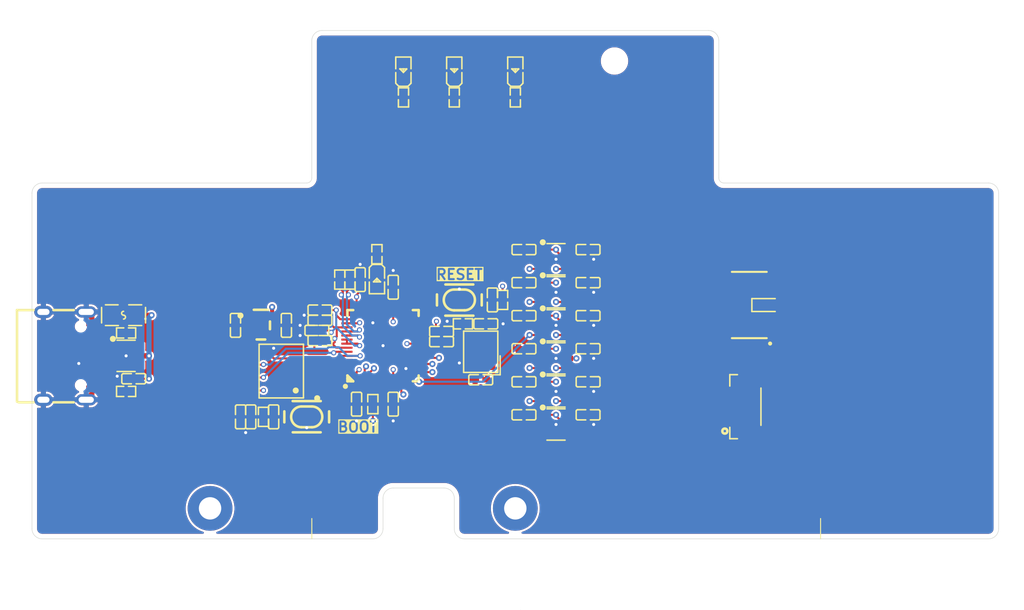
<source format=kicad_pcb>
(kicad_pcb (version 20241229) (generator "pcbnew") (generator_version "9.0")
  (layers (0 "F.Cu" signal) (4 "In1.Cu" signal) (6 "In2.Cu" signal) (2 "B.Cu" signal) (13 "F.Paste" user) (15 "B.Paste" user) (5 "F.SilkS" user "F.Silkscreen") (7 "B.SilkS" user "B.Silkscreen") (1 "F.Mask" user) (3 "B.Mask" user) (25 "Edge.Cuts" user))
  (net 0 "")
  (net 1 "TARGET_RESET")
  (net 2 "GPIO17")
  (net 3 "GPIO16")
  (net 4 "DO")
  (net 5 "line-1")
  (net 6 "_1")
  (net 7 "GPIO23")
  (net 8 "GPIO4")
  (net 9 "QSPI_SD3")
  (net 10 "K")
  (net 11 "SWD")
  (net 12 "xin")
  (net 13 "rpdap-line-2")
  (net 14 "line-0")
  (net 15 "TARGET_SWO")
  (net 16 "xout")
  (net 17 "output")
  (net 18 "GPIO8")
  (net 19 "-hv")
  (net 20 "TARGET_GND_DETECT")
  (net 21 "rpdap-line-4")
  (net 22 "VBUS")
  (net 23 "hv")
  (net 24 "rpdap-line-5")
  (net 25 "GPIO7")
  (net 26 "line-2")
  (net 27 "rpdap.mcu-line-5")
  (net 28 "rpdap-line-3")
  (net 29 "TARGET_SWCLK")
  (net 30 "RUN")
  (net 31 "GPIO10")
  (net 32 "rpdap.ldo.ldo.package.footprint.pins[3].net-net")
  (net 33 "rpdap.mcu-line-0")
  (net 34 "TARGET_UART_TX")
  (net 35 "GPIO5")
  (net 36 "RP_USB_P")
  (net 37 "GPIO6")
  (net 38 "rpdap.mcu-line-1")
  (net 39 "rpdap-line-6")
  (net 40 "QSPI_SS")
  (net 41 "3V3")
  (net 42 "rpdap.mcu-line-6")
  (net 43 "earth")
  (net 44 "rpdap.mcu-line-2")
  (net 45 "RP_USB_N")
  (net 46 "GPIO24")
  (net 47 "TARGET_SWDIO")
  (net 48 "DI")
  (net 49 "GPIO13")
  (net 50 "USB_N")
  (net 51 "line-3")
  (net 52 "GND")
  (net 53 "debug_connector-line")
  (net 54 "SWCLK")
  (net 55 "rpdap-line-1")
  (net 56 "DVDD")
  (net 57 "TARGET_UART_RX")
  (net 58 "QSPI_SD2")
  (net 59 "rpdap.mcu-line-4")
  (net 60 "rpdap-line-0")
  (net 61 "_7")
  (net 62 "rpdap.mcu-line-3")
  (net 63 "QSPI_SCLK")
  (net 64 "GPIO21")
  (net 65 "GPIO22")
  (net 66 "USB_P")
  (net 67 "cathode-0")
  (net 68 "anode-1")
  (net 69 "anode-0")
  (net 70 "cathode-1")
  (net 71 "cathode-2")
  (net 72 "din_rail_outline.mounting_no_pad_hole.footprint.pins[0].net-net")
  (net 73 "usb_connector.connector.package.footprint.pins[0].net-net")
  (footprint "Samsung_Electro_Mechanics_CL05B104KO5NNNC:C0402" (layer "F.Cu") (at 10.85 -9.2 180)
    (property "Reference" "C11" (hide yes))
    (property "Value" "100nF ±10% 16V X7R")
  )
  (footprint "UNI_ROYAL_0402WGF1002TCE:R0402" (layer "F.Cu") (at -3.6 -25 -90)
    (property "Reference" "R4" (hide yes))
    (property "Value" "10kΩ ±1% 62.5mW")
  )
  (footprint "Samsung_Electro_Mechanics_CL05B104KO5NNNC:C0402" (layer "F.Cu") (at 17.150001 -25.45 0)
    (property "Reference" "C10" (hide yes))
    (property "Value" "100nF ±10% 16V X7R")
  )
  (footprint "Winbond_Elec_W25Q128JVSIQ:SOIC-8_L5.3-W5.3-P1.27-LS8.0-BL" (layer "F.Cu") (at -13 -13.5 90)
    (property "Reference" "U9" (hide yes))
    (property "Value" "")
  )
  (footprint "Hubei_KENTO_Elec_KT_0603R:LED0603-RD" (layer "F.Cu") (at 4 -43 90)
    (property "Reference" "LED3" (hide yes))
    (property "Value" "")
  )
  (footprint "Wuxi_I_core_Elec_AiP74LVC1T45GB236_TR:SOT-23-6_L2.9-W1.6-P0.95-LS2.8-BL" (layer "F.Cu") (at 14 -21.25 -90)
    (property "Reference" "U4" (hide yes))
    (property "Value" "")
  )
  (footprint "UNI_ROYAL_0402WGF1002TCE:R0402" (layer "F.Cu") (at 10 -40.420001 -90)
    (property "Reference" "R12" (hide yes))
    (property "Value" "10kΩ ±1% 62.5mW")
  )
  (footprint "Samsung_Electro_Mechanics_CL05B104KO5NNNC:C0402" (layer "F.Cu") (at -27.5 -12.75 180)
    (property "Reference" "C31" (hide yes))
    (property "Value" "100nF ±10% 16V X7R")
  )
  (footprint "HCTL_HC_1_0_4PLT:CONN-SMD_4P-P1.00_HC-1.0-4PLT" (layer "F.Cu") (at 32 -10 90)
    (property "Reference" "U10" (hide yes))
    (property "Value" "")
  )
  (footprint "Samsung_Electro_Mechanics_CL05B104KO5NNNC:C0402" (layer "F.Cu") (at 2.749999 -17.4 0)
    (property "Reference" "C18" (hide yes))
    (property "Value" "100nF ±10% 16V X7R")
  )
  (footprint "Samsung_Electro_Mechanics_CL05B104KO5NNNC:C0402" (layer "F.Cu") (at -16 -9 -90)
    (property "Reference" "C29" (hide yes))
    (property "Value" "100nF ±10% 16V X7R")
  )
  (footprint "Raspberry_Pi_RP2040:LQFN-56_L7.0-W7.0-P0.4-EP" (layer "F.Cu") (at -3 -16 90)
    (property "Reference" "U8" (hide yes))
    (property "Value" "")
  )
  (footprint "Yangxing_Tech_X322512MSB4SI:CRYSTAL-SMD_4P-L3.2-W2.5-BL" (layer "F.Cu") (at 6.6 -15.4 90)
    (property "Reference" "X1" (hide yes))
    (property "Value" "")
  )
  (footprint "Wuxi_I_core_Elec_AiP74LVC1T45GB236_TR:SOT-23-6_L2.9-W1.6-P0.95-LS2.8-BL" (layer "F.Cu") (at 14 -8.25 -90)
    (property "Reference" "U6" (hide yes))
    (property "Value" "")
  )
  (footprint "Samsung_Electro_Mechanics_CL05B104KO5NNNC:C0402" (layer "F.Cu") (at 2.75 -16.4 0)
    (property "Reference" "C23" (hide yes))
    (property "Value" "100nF ±10% 16V X7R")
  )
  (footprint "Samsung_Electro_Mechanics_CL05B104KO5NNNC:C0402" (layer "F.Cu") (at -12.5 -18 -90)
    (property "Reference" "C2" (hide yes))
    (property "Value" "100nF ±10% 16V X7R")
  )
  (footprint "TECH_PUBLIC_TPAP2112K_3_3TRG1:SOT-23-5_L2.9-W1.6-P0.95-LS2.8-BR" (layer "F.Cu") (at -15 -18 180)
    (property "Reference" "U1" (hide yes))
    (property "Value" "")
  )
  (footprint "YAGEO_RC0402FR_0727RL:R0402" (layer "F.Cu") (at -7.25 -22.5 -90)
    (property "Reference" "R6" (hide yes))
    (property "Value" "27Ω ±1% 62.5mW")
  )
  (footprint "UNI_ROYAL_0402WGF1002TCE:R0402" (layer "F.Cu") (at -0.989999 -40.42 -90)
    (property "Reference" "R10" (hide yes))
    (property "Value" "10kΩ ±1% 62.5mW")
  )
  (footprint "Samtec_FTSH_105_01_L_DV_K_TR:CONN-SMD_FTSH-105-01-L-DV-K-TR" (layer "F.Cu") (at 33 -20 90)
    (property "Reference" "CN1" (hide yes))
    (property "Value" "")
  )
  (footprint "Hubei_KENTO_Elec_KT_0603R:LED0603-RD" (layer "F.Cu") (at -3.6 -22.5 -90)
    (property "Reference" "LED1" (hide yes))
    (property "Value" "")
  )
  (footprint "Samsung_Electro_Mechanics_CL05B104KO5NNNC:C0402" (layer "F.Cu") (at 10.85 -22.2 180)
    (property "Reference" "C7" (hide yes))
    (property "Value" "100nF ±10% 16V X7R")
  )
  (footprint "Hubei_KENTO_Elec_Blue_light_0603:LED0603-RD" (layer "F.Cu") (at 10 -43 90)
    (property "Reference" "LED4" (hide yes))
    (property "Value" "")
  )
  (footprint "Samsung_Electro_Mechanics_CL05B104KO5NNNC:C0402" (layer "F.Cu") (at -5.25 -22.5 90)
    (property "Reference" "C24" (hide yes))
    (property "Value" "100nF ±10% 16V X7R")
  )
  (footprint "Wuxi_I_core_Elec_AiP74LVC1T45GB236_TR:SOT-23-6_L2.9-W1.6-P0.95-LS2.8-BL" (layer "F.Cu") (at 14 -14.75 -90)
    (property "Reference" "U2" (hide yes))
    (property "Value" "")
  )
  (footprint "Wuxi_I_core_Elec_AiP74LVC1T45GB236_TR:SOT-23-6_L2.9-W1.6-P0.95-LS2.8-BL" (layer "F.Cu") (at 14 -24.5 -90)
    (property "Reference" "U5" (hide yes))
    (property "Value" "")
  )
  (footprint "UNI_ROYAL_0402WGF1002TCE:R0402" (layer "F.Cu") (at -14.75 -9 90)
    (property "Reference" "R2" (hide yes))
    (property "Value" "10kΩ ±1% 62.5mW")
  )
  (footprint "Samsung_Electro_Mechanics_CL05B104KO5NNNC:C0402" (layer "F.Cu") (at 17.150001 -15.7 0)
    (property "Reference" "C4" (hide yes))
    (property "Value" "100nF ±10% 16V X7R")
  )
  (footprint "ALPSALPINE_SKRPACE010:KEY-SMD_4P-L4.2-W3.2-P2.20-LS4.6" (layer "F.Cu") (at 4.499999 -20.5 0)
    (property "Reference" "SW2" (hide yes))
    (property "Value" "")
  )
  (footprint "Samsung_Electro_Mechanics_CL05B104KO5NNNC:C0402" (layer "F.Cu") (at 17.150001 -12.45 0)
    (property "Reference" "C14" (hide yes))
    (property "Value" "100nF ±10% 16V X7R")
  )
  (footprint "UNI_ROYAL_0402WGF1003TCE:R0402" (layer "F.Cu") (at -4 -10.25 -90)
    (property "Reference" "R1" (hide yes))
    (property "Value" "100kΩ ±1% 62.5mW")
  )
  (footprint "Hubei_KENTO_Elec_KT_0603G:LED0603-RD" (layer "F.Cu") (at -1 -43 90)
    (property "Reference" "LED2" (hide yes))
    (property "Value" "")
  )
  (footprint "FH_0402CG150J500NT:C0402" (layer "F.Cu") (at 6.6 -12.65 180)
    (property "Reference" "C19" (hide yes))
    (property "Value" "15pF ±5% 50V C0G")
  )
  (footprint "Samsung_Electro_Mechanics_CL05A105KA5NQNC:C0402" (layer "F.Cu") (at -13.749999 -9 -90)
    (property "Reference" "C15" (hide yes))
    (property "Value" "1µF ±10% 25V X5R")
  )
  (footprint "Wuxi_I_core_Elec_AiP74LVC1T45GB236_TR:SOT-23-6_L2.9-W1.6-P0.95-LS2.8-BL" (layer "F.Cu") (at 14 -18 -90)
    (property "Reference" "U3" (hide yes))
    (property "Value" "")
  )
  (footprint "FH_0402CG150J500NT:C0402" (layer "F.Cu") (at 7.1 -18.15 0)
    (property "Reference" "C20" (hide yes))
    (property "Value" "15pF ±5% 50V C0G")
  )
  (footprint "Samsung_Electro_Mechanics_CL05B104KO5NNNC:C0402" (layer "F.Cu") (at 10.85 -18.95 180)
    (property "Reference" "C5" (hide yes))
    (property "Value" "100nF ±10% 16V X7R")
  )
  (footprint "Mounting_Holes:MountingHole_2.2mm_M2_Pad" (layer "F.Cu") (at 10 0 0)
    (property "Reference" "H1" (hide yes))
    (property "Value" "")
  )
  (footprint "Mounting_Holes:MountingHole_2.2mm_M2" (layer "F.Cu") (at 19.75 -44 0)
    (property "Reference" "H3" (hide yes))
    (property "Value" "")
  )
  (footprint "Samsung_Electro_Mechanics_CL05B104KO5NNNC:C0402" (layer "F.Cu") (at 17.150001 -18.95 0)
    (property "Reference" "C6" (hide yes))
    (property "Value" "100nF ±10% 16V X7R")
  )
  (footprint "UNI_ROYAL_0402WGF1001TCE:R0402" (layer "F.Cu") (at 4 -40.420001 -90)
    (property "Reference" "R11" (hide yes))
    (property "Value" "1kΩ ±1% 62.5mW")
  )
  (footprint "Samsung_Electro_Mechanics_CL05B104KO5NNNC:C0402" (layer "F.Cu") (at -17.5 -18 -90)
    (property "Reference" "C1" (hide yes))
    (property "Value" "100nF ±10% 16V X7R")
  )
  (footprint "Samsung_Electro_Mechanics_CL05A225MQ5NSNC:C0402" (layer "F.Cu") (at -16.999999 -9 -90)
    (property "Reference" "C28" (hide yes))
    (property "Value" "2.2µF ±20% 6.3V X5R")
  )
  (footprint "YAGEO_RC0402FR_0727RL:R0402" (layer "F.Cu") (at -6.25 -22.5 -90)
    (property "Reference" "R7" (hide yes))
    (property "Value" "27Ω ±1% 62.5mW")
  )
  (footprint "SHOU_HAN_TYPE_C_16PIN_2MD_073:USB-C-SMD_TYPE-C-6PIN-2MD-073" (layer "F.Cu") (at -34 -15 -90)
    (property "Reference" "USB1" (hide yes))
    (property "Value" "")
  )
  (footprint "UNI_ROYAL_0402WGF1001TCE:R0402" (layer "F.Cu") (at 4.85 -18.15 180)
    (property "Reference" "R3" (hide yes))
    (property "Value" "1kΩ ±1% 62.5mW")
  )
  (footprint "UNI_ROYAL_0402WGF5101TCE:R0402" (layer "F.Cu") (at -28.25 -17.25 0)
    (property "Reference" "R8" (hide yes))
    (property "Value" "5.1kΩ ±1% 62.5mW")
  )
  (footprint "Samsung_Electro_Mechanics_CL05B104KO5NNNC:C0402" (layer "F.Cu") (at -9.5 -17.5 180)
    (property "Reference" "C22" (hide yes))
    (property "Value" "100nF ±10% 16V X7R")
  )
  (footprint "Samsung_Electro_Mechanics_CL05B104KO5NNNC:C0402" (layer "F.Cu") (at 10.85 -25.45 180)
    (property "Reference" "C9" (hide yes))
    (property "Value" "100nF ±10% 16V X7R")
  )
  (footprint "Samsung_Electro_Mechanics_CL05A225MQ5NSNC:C0402" (layer "F.Cu") (at -9.2 -19.5 180)
    (property "Reference" "C21" (hide yes))
    (property "Value" "2.2µF ±20% 6.3V X5R")
  )
  (footprint "ALPSALPINE_SKRPACE010:KEY-SMD_4P-L4.2-W3.2-P2.20-LS4.6" (layer "F.Cu") (at -10.499999 -9 180)
    (property "Reference" "SW1" (hide yes))
    (property "Value" "")
  )
  (footprint "Mounting_Holes:MountingHole_2.2mm_M2_Pad" (layer "F.Cu") (at -20 0 0)
    (property "Reference" "H2" (hide yes))
    (property "Value" "")
  )
  (footprint "STMicroelectronics_USBLC6_2SC6:SOT-23-6_L2.9-W1.6-P0.95-LS2.8-BL" (layer "F.Cu") (at -28.25 -15 -90)
    (property "Reference" "D1" (hide yes))
    (property "Value" "")
  )
  (footprint "Samsung_Electro_Mechanics_CL05A105KA5NQNC:C0402" (layer "F.Cu") (at 7.749999 -20.5 90)
    (property "Reference" "C30" (hide yes))
    (property "Value" "1µF ±10% 25V X5R")
  )
  (footprint "Samsung_Electro_Mechanics_CL05A225MQ5NSNC:C0402" (layer "F.Cu") (at -9.2 -18.5 180)
    (property "Reference" "C16" (hide yes))
    (property "Value" "2.2µF ±20% 6.3V X5R")
  )
  (footprint "UNI_ROYAL_0402WGF5101TCE:R0402" (layer "F.Cu") (at -28.25 -11.5 0)
    (property "Reference" "R9" (hide yes))
    (property "Value" "5.1kΩ ±1% 62.5mW")
  )
  (footprint "BHFUSE_BSMD0805_050_15V:F0805" (layer "F.Cu") (at -28.5 -19 0)
    (property "Reference" "F1" (hide yes))
    (property "Value" "")
  )
  (footprint "Samsung_Electro_Mechanics_CL05B104KO5NNNC:C0402" (layer "F.Cu") (at -2 -10.25 -90)
    (property "Reference" "C27" (hide yes))
    (property "Value" "100nF ±10% 16V X7R")
  )
  (footprint "Samsung_Electro_Mechanics_CL05B104KO5NNNC:C0402" (layer "F.Cu") (at 17.150001 -9.2 0)
    (property "Reference" "C12" (hide yes))
    (property "Value" "100nF ±10% 16V X7R")
  )
  (footprint "Samsung_Electro_Mechanics_CL05B104KO5NNNC:C0402" (layer "F.Cu") (at -5.600001 -10.25 -90)
    (property "Reference" "C26" (hide yes))
    (property "Value" "100nF ±10% 16V X7R")
  )
  (footprint "Samsung_Electro_Mechanics_CL05B104KO5NNNC:C0402" (layer "F.Cu") (at -2 -21.75 90)
    (property "Reference" "C25" (hide yes))
    (property "Value" "100nF ±10% 16V X7R")
  )
  (footprint "UNI_ROYAL_0402WGF1002TCE:R0402" (layer "F.Cu") (at 8.75 -20.5 -90)
    (property "Reference" "R5" (hide yes))
    (property "Value" "10kΩ ±1% 62.5mW")
  )
  (footprint "Wuxi_I_core_Elec_AiP74LVC1T45GB236_TR:SOT-23-6_L2.9-W1.6-P0.95-LS2.8-BL" (layer "F.Cu") (at 14 -11.5 -90)
    (property "Reference" "U7" (hide yes))
    (property "Value" "")
  )
  (footprint "Samsung_Electro_Mechanics_CL05B104KO5NNNC:C0402" (layer "F.Cu") (at -9.2 -16.499999 180)
    (property "Reference" "C17" (hide yes))
    (property "Value" "100nF ±10% 16V X7R")
  )
  (footprint "Samsung_Electro_Mechanics_CL05B104KO5NNNC:C0402" (layer "F.Cu") (at 10.85 -15.7 180)
    (property "Reference" "C3" (hide yes))
    (property "Value" "100nF ±10% 16V X7R")
  )
  (footprint "Samsung_Electro_Mechanics_CL05B104KO5NNNC:C0402" (layer "F.Cu") (at 10.85 -12.45 180)
    (property "Reference" "C13" (hide yes))
    (property "Value" "100nF ±10% 16V X7R")
  )
  (footprint "Samsung_Electro_Mechanics_CL05B104KO5NNNC:C0402" (layer "F.Cu") (at 17.150001 -22.2 0)
    (property "Reference" "C8" (hide yes))
    (property "Value" "100nF ±10% 16V X7R")
  )
  (via (at 14 -23.55) (size 0.6) (drill 0.3) (layers "F.Cu" "B.Cu") (net 1))
  (via (at -7.85 -15.296) (size 0.5) (drill 0.3) (layers "F.Cu" "B.Cu") (net 9))
  (via (at -14.75 -12.875) (size 0.5) (drill 0.3) (layers "F.Cu" "B.Cu") (net 9))
  (via (at 0.55 -12.45) (size 0.6) (drill 0.3) (layers "F.Cu" "B.Cu") (net 13))
  (via (at 11.4 -17.05) (size 0.6) (drill 0.3) (layers "F.Cu" "B.Cu") (net 13))
  (via (at 14 -20.3) (size 0.6) (drill 0.3) (layers "F.Cu" "B.Cu") (net 15))
  (via (at 2.5 -14.8) (size 0.6) (drill 0.3) (layers "F.Cu" "B.Cu") (net 21))
  (via (at 11.4 -23.55) (size 0.6) (drill 0.3) (layers "F.Cu" "B.Cu") (net 21))
  (via (at -26 -12.75) (size 0.6) (drill 0.3) (layers "F.Cu" "B.Cu") (net 22))
  (via (at -25.75 -19) (size 0.6) (drill 0.3) (layers "F.Cu" "B.Cu") (net 22))
  (via (at -26 -15) (size 0.6) (drill 0.3) (layers "F.Cu" "B.Cu") (net 22))
  (via (at 1.85 -14.2) (size 0.6) (drill 0.3) (layers "F.Cu" "B.Cu") (net 28))
  (via (at 11.4 -20.3) (size 0.6) (drill 0.3) (layers "F.Cu" "B.Cu") (net 28))
  (via (at 14 -17.05) (size 0.6) (drill 0.3) (layers "F.Cu" "B.Cu") (net 29))
  (via (at -5.314537 -16.85) (size 0.5) (drill 0.3) (layers "F.Cu" "B.Cu") (net 36))
  (via (at -7.1 -21) (size 0.5) (drill 0.3) (layers "F.Cu" "B.Cu") (net 36))
  (via (at -4.669073 -13.964384) (size 0.6) (drill 0.3) (layers "F.Cu" "B.Cu") (net 39))
  (via (at 11.4 -10.55) (size 0.6) (drill 0.3) (layers "F.Cu" "B.Cu") (net 39))
  (via (at -8.1 -17.308065) (size 0.5) (drill 0.3) (layers "F.Cu" "B.Cu") (net 41))
  (via (at 14 -15.7) (size 0.6) (drill 0.3) (layers "F.Cu" "B.Cu") (net 41))
  (via (at -5.300001 -16) (size 0.5) (drill 0.3) (layers "F.Cu" "B.Cu") (net 41))
  (via (at -14.75 -11.6) (size 0.5) (drill 0.3) (layers "F.Cu" "B.Cu") (net 41))
  (via (at -0.65 -16.199999) (size 0.5) (drill 0.3) (layers "F.Cu" "B.Cu") (net 41))
  (via (at -7.6 -19.5) (size 0.5) (drill 0.3) (layers "F.Cu" "B.Cu") (net 41))
  (via (at -13.9 -19.8) (size 0.6) (drill 0.3) (layers "F.Cu" "B.Cu") (net 41))
  (via (at -5.298886 -18.249829) (size 0.5) (drill 0.3) (layers "F.Cu" "B.Cu") (net 41))
  (via (at 14 -9.2) (size 0.6) (drill 0.3) (layers "F.Cu" "B.Cu") (net 41))
  (via (at -2 -18.35) (size 0.5) (drill 0.3) (layers "F.Cu" "B.Cu") (net 41))
  (via (at 14 -25.45) (size 0.6) (drill 0.3) (layers "F.Cu" "B.Cu") (net 41))
  (via (at 8.75 -21.85) (size 0.5) (drill 0.3) (layers "F.Cu" "B.Cu") (net 41))
  (via (at 14 -12.45) (size 0.6) (drill 0.3) (layers "F.Cu" "B.Cu") (net 41))
  (via (at -5.35 -13.65) (size 0.5) (drill 0.3) (layers "F.Cu" "B.Cu") (net 41))
  (via (at -4 -8.6) (size 0.6) (drill 0.3) (layers "F.Cu" "B.Cu") (net 41))
  (via (at 14 -18.95) (size 0.6) (drill 0.3) (layers "F.Cu" "B.Cu") (net 41))
  (via (at -5.601 -20.8) (size 0.5) (drill 0.3) (layers "F.Cu" "B.Cu") (net 41))
  (via (at 14 -22.2) (size 0.6) (drill 0.3) (layers "F.Cu" "B.Cu") (net 41))
  (via (at -2 -13.65) (size 0.5) (drill 0.3) (layers "F.Cu" "B.Cu") (net 41))
  (via (at -5.314537 -17.55) (size 0.5) (drill 0.3) (layers "F.Cu" "B.Cu") (net 45))
  (via (at -6.4 -21) (size 0.5) (drill 0.3) (layers "F.Cu" "B.Cu") (net 45))
  (via (at 14 -13.8) (size 0.6) (drill 0.3) (layers "F.Cu" "B.Cu") (net 47))
  (via (at 4.5 -21.57) (size 0.5) (drill 0.3) (layers "F.Cu" "B.Cu") (net 52))
  (via (at 8.8 -18.150001) (size 0.5) (drill 0.3) (layers "F.Cu" "B.Cu") (net 52))
  (via (at 17.7 -14.75) (size 0.6) (drill 0.3) (layers "F.Cu" "B.Cu") (net 52))
  (via (at -11.15 -18) (size 0.5) (drill 0.3) (layers "F.Cu" "B.Cu") (net 52))
  (via (at 17.7 -11.5) (size 0.6) (drill 0.3) (layers "F.Cu" "B.Cu") (net 52))
  (via (at 14 -24.5) (size 0.6) (drill 0.3) (layers "F.Cu" "B.Cu") (net 52))
  (via (at -29.125 -13) (size 0.6) (drill 0.3) (layers "F.Cu" "B.Cu") (net 52))
  (via (at -16.500001 -7.45) (size 0.5) (drill 0.3) (layers "F.Cu" "B.Cu") (net 52))
  (via (at 3.3 -18.4) (size 0.5) (drill 0.3) (layers "F.Cu" "B.Cu") (net 52))
  (via (at -10.75 -19) (size 0.5) (drill 0.3) (layers "F.Cu" "B.Cu") (net 52))
  (via (at 14 -21.25) (size 0.6) (drill 0.3) (layers "F.Cu" "B.Cu") (net 52))
  (via (at 14 -14.75) (size 0.6) (drill 0.3) (layers "F.Cu" "B.Cu") (net 52))
  (via (at -2 -8.6) (size 0.5) (drill 0.3) (layers "F.Cu" "B.Cu") (net 52))
  (via (at -0.75 -13.75) (size 0.6) (drill 0.3) (layers "F.Cu" "B.Cu") (net 52))
  (via (at 14 -18) (size 0.6) (drill 0.3) (layers "F.Cu" "B.Cu") (net 52))
  (via (at -5.25 -24) (size 0.5) (drill 0.3) (layers "F.Cu" "B.Cu") (net 52))
  (via (at 14 -8.25) (size 0.6) (drill 0.3) (layers "F.Cu" "B.Cu") (net 52))
  (via (at 17.7 -18) (size 0.6) (drill 0.3) (layers "F.Cu" "B.Cu") (net 52))
  (via (at -28.25 -15) (size 0.6) (drill 0.3) (layers "F.Cu" "B.Cu") (net 52))
  (via (at -10.5 -7.93) (size 0.5) (drill 0.3) (layers "F.Cu" "B.Cu") (net 52))
  (via (at 14 -11.5) (size 0.6) (drill 0.3) (layers "F.Cu" "B.Cu") (net 52))
  (via (at 17.7 -24.5) (size 0.6) (drill 0.3) (layers "F.Cu" "B.Cu") (net 52))
  (via (at -5.6 -8.6) (size 0.5) (drill 0.3) (layers "F.Cu" "B.Cu") (net 52))
  (via (at 17.7 -8.25) (size 0.6) (drill 0.3) (layers "F.Cu" "B.Cu") (net 52))
  (via (at 4.499999 -14.3) (size 0.5) (drill 0.3) (layers "F.Cu" "B.Cu") (net 52))
  (via (at 17.7 -21.25) (size 0.6) (drill 0.3) (layers "F.Cu" "B.Cu") (net 52))
  (via (at -11.15 -17) (size 0.5) (drill 0.3) (layers "F.Cu" "B.Cu") (net 52))
  (via (at -4 -18.25) (size 0.6) (drill 0.3) (layers "F.Cu" "B.Cu") (net 52))
  (via (at -3 -16) (size 0.5) (drill 0.3) (layers "F.Cu" "B.Cu") (net 52))
  (via (at -2 -23.4) (size 0.5) (drill 0.3) (layers "F.Cu" "B.Cu") (net 52))
  (via (at -13.75 -15.75) (size 0.5) (drill 0.3) (layers "F.Cu" "B.Cu") (net 52))
  (via (at -32.9 -14.249999) (size 0.6) (drill 0.3) (layers "F.Cu" "B.Cu") (net 52))
  (via (at 16 -14.75) (size 0.6) (drill 0.3) (layers "F.Cu" "B.Cu") (net 55))
  (via (at -1 -11.2) (size 0.6) (drill 0.3) (layers "F.Cu" "B.Cu") (net 55))
  (via (at -7.75 -16.7) (size 0.5) (drill 0.3) (layers "F.Cu" "B.Cu") (net 56))
  (via (at 2.25 -18.4) (size 0.5) (drill 0.3) (layers "F.Cu" "B.Cu") (net 56))
  (via (at 14 -10.55) (size 0.6) (drill 0.3) (layers "F.Cu" "B.Cu") (net 57))
  (via (at 11.4 -13.8) (size 0.6) (drill 0.3) (layers "F.Cu" "B.Cu") (net 60))
  (via (at 1.85 -13.399999) (size 0.6) (drill 0.3) (layers "F.Cu" "B.Cu") (net 60))
  (via (at -5.25 -15) (size 0.5) (drill 0.3) (layers "F.Cu" "B.Cu") (net 63))
  (via (at -14.75 -14.15) (size 0.5) (drill 0.3) (layers "F.Cu" "B.Cu") (net 63))
  (via (at -3.892175 -13.773509) (size 0.6) (drill 0.3) (layers "F.Cu" "B.Cu") (net 68))
  (zone (net 52) (net_name "GND") (layers "F.Cu" "B.Cu") (priority 1) (connect_pads (clearance 0.2)) (min_thickness 0.2) (fill yes (thermal_gap 0.2) (thermal_bridge_width 0.5))
    (polygon (pts (xy -40 -50) (xy -40 5) (xy 60 5) (xy 60 -50)))
  )
  (segment (start 15.15 -23.55) (end 14 -23.55) (width 0.2) (net 1) (layer "F.Cu"))
  (segment (start -6.55 -13.8) (end -7.3 -13.8) (width 0.2) (net 4) (layer "F.Cu"))
  (segment (start -8.23 -12.87) (end -9.47 -12.87) (width 0.2) (net 4) (layer "F.Cu"))
  (segment (start -7.3 -13.8) (end -8.23 -12.87) (width 0.2) (net 4) (layer "F.Cu"))
  (segment (start -30.43 -13.25) (end -31.62 -13.25) (width 0.2) (net 5) (layer "F.Cu"))
  (segment (start -28.68 -11.5) (end -30.43 -13.25) (width 0.2) (net 5) (layer "F.Cu"))
  (segment (start -16.53 -12.87) (end -14.755 -12.87) (width 0.2) (net 9) (layer "F.Cu"))
  (segment (start -6.55 -15.4) (end -7.746 -15.4) (width 0.2) (net 9) (layer "F.Cu"))
  (segment (start -7.746 -15.4) (end -7.85 -15.296) (width 0.2) (net 9) (layer "F.Cu"))
  (segment (start -14.755 -12.87) (end -14.75 -12.875) (width 0.2) (net 9) (layer "F.Cu"))
  (segment (start -14.75 -12.875) (end -12.329 -15.296) (width 0.2) (net 9) (layer "B.Cu"))
  (segment (start -7.85 -15.296) (end -12.329 -15.296) (width 0.2) (net 9) (layer "B.Cu"))
  (segment (start -3.6 -23.299999) (end -3.6 -24.57) (width 0.2) (net 10) (layer "F.Cu"))
  (segment (start 7.15 -12.65) (end 7.15 -14) (width 0.25) (net 12) (layer "F.Cu"))
  (segment (start 7.15 -14) (end 7.449999 -14.3) (width 0.25) (net 12) (layer "F.Cu"))
  (segment (start 7.449999 -14.3) (end 7.45 -14.55) (width 0.25) (net 12) (layer "F.Cu"))
  (segment (start 7.45 -14.55) (end 6.65 -15.35) (width 0.25) (net 12) (layer "F.Cu"))
  (segment (start 6.6 -15.4) (end 6.65 -15.35) (width 0.2) (net 12) (layer "F.Cu"))
  (segment (start 0.55 -15.4) (end 6.6 -15.4) (width 0.2) (net 12) (layer "F.Cu"))
  (segment (start 12.85 -17.050001) (end 11.4 -17.05) (width 0.2) (net 13) (layer "F.Cu"))
  (segment (start -0.399999 -12.45) (end 0.55 -12.45) (width 0.2) (net 13) (layer "F.Cu"))
  (segment (start 0.55 -12.45) (end 6.8 -12.449999) (width 0.2) (net 13) (layer "B.Cu"))
  (segment (start 6.8 -12.449999) (end 11.4 -17.05) (width 0.2) (net 13) (layer "B.Cu"))
  (segment (start -29.5671 -17.25) (end -30.567101 -16.25) (width 0.2) (net 14) (layer "F.Cu"))
  (segment (start -28.68 -17.25) (end -29.5671 -17.25) (width 0.2) (net 14) (layer "F.Cu"))
  (segment (start -30.567101 -16.25) (end -31.619999 -16.25) (width 0.2) (net 14) (layer "F.Cu"))
  (segment (start 15.15 -20.3) (end 14 -20.3) (width 0.2) (net 15) (layer "F.Cu"))
  (segment (start 4.42 -16.12) (end 4.42 -18.15) (width 0.2) (net 16) (layer "F.Cu"))
  (segment (start 0.55 -15.800001) (end 4.100001 -15.8) (width 0.2) (net 16) (layer "F.Cu"))
  (segment (start 4.100001 -15.8) (end 4.42 -16.12) (width 0.2) (net 16) (layer "F.Cu"))
  (segment (start 5.75 -17.68) (end 5.28 -18.15) (width 0.25) (net 17) (layer "F.Cu"))
  (segment (start 5.75 -16.5) (end 5.75 -17.68) (width 0.25) (net 17) (layer "F.Cu"))
  (segment (start 6.08 -17.68) (end 6.55 -18.15) (width 0.25) (net 17) (layer "F.Cu"))
  (segment (start 5.75 -17.68) (end 6.08 -17.68) (width 0.25) (net 17) (layer "F.Cu"))
  (segment (start 16.6 -22.2) (end 15.15 -22.2) (width 0.2) (net 19) (layer "F.Cu"))
  (segment (start 16.6 -12.45) (end 15.15 -12.45) (width 0.2) (net 19) (layer "F.Cu"))
  (segment (start 16.6 -15.7) (end 15.15 -15.7) (width 0.2) (net 19) (layer "F.Cu"))
  (segment (start 16.6 -9.2) (end 16.6 -25.45) (width 0.2) (net 19) (layer "F.Cu"))
  (segment (start 16.6 -25.45) (end 15.15 -25.45) (width 0.2) (net 19) (layer "F.Cu"))
  (segment (start 16.6 -18.95) (end 15.15 -18.95) (width 0.2) (net 19) (layer "F.Cu"))
  (segment (start 16.6 -9.2) (end 15.15 -9.2) (width 0.2) (net 19) (layer "F.Cu"))
  (segment (start -4 -10.68) (end -4 -12.45) (width 0.2) (net 20) (layer "F.Cu"))
  (segment (start 0.550001 -14.6) (end 1.35 -14.6) (width 0.2) (net 21) (layer "F.Cu"))
  (segment (start 1.35 -14.6) (end 1.45 -14.7) (width 0.2) (net 21) (layer "F.Cu"))
  (segment (start 12.85 -23.55) (end 11.4 -23.55) (width 0.2) (net 21) (layer "F.Cu"))
  (segment (start 1.45 -14.7) (end 1.55 -14.8) (width 0.2) (net 21) (layer "F.Cu"))
  (segment (start 1.55 -14.8) (end 2.5 -14.8) (width 0.2) (net 21) (layer "F.Cu"))
  (segment (start -15 -18.75) (end -15.2 -18.95) (width 0.2) (net 22) (layer "F.Cu"))
  (segment (start -17.5 -18.55) (end -17.100001 -18.95) (width 0.4) (net 22) (layer "F.Cu"))
  (segment (start -15.2 -17.05) (end -15 -17.25) (width 0.2) (net 22) (layer "F.Cu"))
  (segment (start -17.100001 -18.95) (end -16.1 -18.95) (width 0.4) (net 22) (layer "F.Cu"))
  (segment (start -16.1 -17.05) (end -15.2 -17.05) (width 0.2) (net 22) (layer "F.Cu"))
  (segment (start -25.75 -19) (end -27.36 -19) (width 0.5) (net 22) (layer "F.Cu"))
  (segment (start -15 -17.25) (end -15 -18.75) (width 0.2) (net 22) (layer "F.Cu"))
  (segment (start -15.2 -18.95) (end -16.1 -18.95) (width 0.2) (net 22) (layer "F.Cu"))
  (segment (start -26.95 -12.75) (end -26 -12.75) (width 0.2) (net 22) (layer "F.Cu"))
  (segment (start -26 -15) (end -27.1 -15) (width 0.53) (net 22) (layer "F.Cu"))
  (segment (start -26 -15) (end -26 -12.75) (width 0.5) (net 22) (layer "B.Cu"))
  (segment (start -26 -18.75) (end -25.75 -19) (width 0.5) (net 22) (layer "B.Cu"))
  (segment (start -26 -15) (end -26 -18.75) (width 0.5) (net 22) (layer "B.Cu"))
  (segment (start -32.598636 -12.999999) (end -32.75 -13) (width 0.2) (net 23) (layer "F.Cu"))
  (segment (start -32.75 -13) (end -33.75 -14) (width 0.5) (net 23) (layer "F.Cu"))
  (segment (start -29.64 -18.110001) (end -29.64 -19.000001) (width 0.5) (net 23) (layer "F.Cu"))
  (segment (start -33.75 -16) (end -33.75 -14) (width 0.5) (net 23) (layer "F.Cu"))
  (segment (start -32.598636 -17.000001) (end -32.75 -17) (width 0.2) (net 23) (layer "F.Cu"))
  (segment (start -31.62 -17.4) (end -30.35 -17.4) (width 0.5) (net 23) (layer "F.Cu"))
  (segment (start -32.198636 -12.6) (end -32.598636 -12.999999) (width 0.2) (net 23) (layer "F.Cu"))
  (segment (start -31.62 -17.4) (end -32.198636 -17.4) (width 0.2) (net 23) (layer "F.Cu"))
  (segment (start -30.35 -17.4) (end -29.64 -18.110001) (width 0.5) (net 23) (layer "F.Cu"))
  (segment (start -32.198636 -17.4) (end -32.598636 -17.000001) (width 0.2) (net 23) (layer "F.Cu"))
  (segment (start -31.62 -12.6) (end -32.198636 -12.6) (width 0.2) (net 23) (layer "F.Cu"))
  (segment (start -32.75 -17) (end -33.75 -16) (width 0.5) (net 23) (layer "F.Cu"))
  (segment (start -4.8 -11.3) (end -5.2 -11.7) (width 0.2) (net 24) (layer "F.Cu"))
  (segment (start -3.949999 -7.3) (end -4.8 -8.15) (width 0.2) (net 24) (layer "F.Cu"))
  (segment (start 12.849999 -7.3) (end -3.949999 -7.3) (width 0.2) (net 24) (layer "F.Cu"))
  (segment (start -4.8 -8.15) (end -4.8 -11.3) (width 0.2) (net 24) (layer "F.Cu"))
  (segment (start -5.2 -11.7) (end -5.2 -12.45) (width 0.2) (net 24) (layer "F.Cu"))
  (segment (start 12.85 -20.3) (end 11.4 -20.3) (width 0.2) (net 28) (layer "F.Cu"))
  (segment (start 0.55 -14.2) (end 1.85 -14.2) (width 0.2) (net 28) (layer "F.Cu"))
  (segment (start 15.15 -17.05) (end 14 -17.05) (width 0.2) (net 29) (layer "F.Cu"))
  (segment (start 0.55 -17.8) (end 1.3 -17.8) (width 0.2) (net 30) (layer "F.Cu"))
  (segment (start 1.500001 -18.8) (end 2.13 -19.43) (width 0.2) (net 30) (layer "F.Cu"))
  (segment (start 7.87 -20.07) (end 7.75 -19.95) (width 0.25) (net 30) (layer "F.Cu"))
  (segment (start 2.4 -19.43) (end 6.6 -19.43) (width 0.25) (net 30) (layer "F.Cu"))
  (segment (start 7.12 -19.95) (end 6.6 -19.43) (width 0.25) (net 30) (layer "F.Cu"))
  (segment (start 2.13 -19.43) (end 2.4 -19.43) (width 0.2) (net 30) (layer "F.Cu"))
  (segment (start 7.75 -19.95) (end 7.12 -19.95) (width 0.25) (net 30) (layer "F.Cu"))
  (segment (start 1.5 -18) (end 1.500001 -18.8) (width 0.2) (net 30) (layer "F.Cu"))
  (segment (start 8.75 -20.07) (end 7.87 -20.07) (width 0.25) (net 30) (layer "F.Cu"))
  (segment (start 1.3 -17.8) (end 1.5 -18) (width 0.2) (net 30) (layer "F.Cu"))
  (segment (start -6.95 -21.342499) (end -6.95 -21.15) (width 0.2) (net 36) (layer "F.Cu"))
  (segment (start -6.95 -21.15) (end -7.1 -21) (width 0.2) (net 36) (layer "F.Cu"))
  (segment (start -7.25 -21.642499) (end -6.95 -21.342499) (width 0.2) (net 36) (layer "F.Cu"))
  (segment (start -6.55 -17) (end -5.464537 -17) (width 0.2) (net 36) (layer "F.Cu"))
  (segment (start -7.25 -22.07) (end -7.25 -21.642499) (width 0.2) (net 36) (layer "F.Cu"))
  (segment (start -5.464537 -17) (end -5.314537 -16.85) (width 0.2) (net 36) (layer "F.Cu"))
  (segment (start -6.95 -17.917156) (end -6.95 -20.85) (width 0.2) (net 36) (layer "B.Cu"))
  (segment (start -5.464537 -17) (end -6.032844 -17) (width 0.2) (net 36) (layer "B.Cu"))
  (segment (start -6.95 -20.85) (end -7.1 -21) (width 0.2) (net 36) (layer "B.Cu"))
  (segment (start -5.314537 -16.85) (end -5.464537 -17) (width 0.2) (net 36) (layer "B.Cu"))
  (segment (start -6.032844 -17) (end -6.95 -17.917156) (width 0.2) (net 36) (layer "B.Cu"))
  (segment (start -4.8 -13.833457) (end -4.669073 -13.964384) (width 0.2) (net 39) (layer "F.Cu"))
  (segment (start 11.4 -10.55) (end 12.85 -10.550001) (width 0.2) (net 39) (layer "F.Cu"))
  (segment (start -4.8 -12.45) (end -4.8 -13.833457) (width 0.2) (net 39) (layer "F.Cu"))
  (segment (start -9.47 -10.07) (end -9.47 -11.59) (width 0.25) (net 40) (layer "F.Cu"))
  (segment (start -13.75 -9.55) (end -13.12 -9.55) (width 0.25) (net 40) (layer "F.Cu"))
  (segment (start -9.47 -11.59) (end -8.91 -11.59) (width 0.2) (net 40) (layer "F.Cu"))
  (segment (start -7.1 -13.4) (end -6.55 -13.399999) (width 0.2) (net 40) (layer "F.Cu"))
  (segment (start -13.87 -9.43) (end -13.75 -9.55) (width 0.25) (net 40) (layer "F.Cu"))
  (segment (start -8.4 -10.07) (end -9.47 -10.07) (width 0.25) (net 40) (layer "F.Cu"))
  (segment (start -13.12 -9.55) (end -12.6 -10.07) (width 0.25) (net 40) (layer "F.Cu"))
  (segment (start -14.75 -9.43) (end -13.87 -9.43) (width 0.25) (net 40) (layer "F.Cu"))
  (segment (start -12.6 -10.07) (end -8.4 -10.07) (width 0.25) (net 40) (layer "F.Cu"))
  (segment (start -8.91 -11.59) (end -7.1 -13.4) (width 0.2) (net 40) (layer "F.Cu"))
  (segment (start 15.150001 -18) (end 14.849943 -18) (width 0.2) (net 41) (layer "F.Cu"))
  (segment (start 12.85 -12.449999) (end 14 -12.45) (width 0.2) (net 41) (layer "F.Cu"))
  (segment (start 0.55 -16.199999) (end 1.5 -16.2) (width 0.2) (net 41) (layer "F.Cu"))
  (segment (start 15.15 -24.500001) (end 14.849943 -24.5) (width 0.2) (net 41) (layer "F.Cu"))
  (segment (start 14.849943 -24.5) (end 14 -25.349943) (width 0.2) (net 41) (layer "F.Cu"))
  (segment (start -6.55 -18.600001) (end -7.2 -18.6) (width 0.2) (net 41) (layer "F.Cu"))
  (segment (start -12.9 -18.95) (end -12.5 -18.55) (width 0.4) (net 41) (layer "F.Cu"))
  (segment (start -13.9 -18.95) (end -12.9 -18.95) (width 0.4) (net 41) (layer "F.Cu"))
  (segment (start -5.601 -20.999) (end -5.601 -20.8) (width 0.2) (net 41) (layer "F.Cu"))
  (segment (start 14 -25.349943) (end 14 -25.45) (width 0.2) (net 41) (layer "F.Cu"))
  (segment (start -17 -11.59) (end -16.53 -11.59) (width 0.25) (net 41) (layer "F.Cu"))
  (segment (start -5.6 -13.4) (end -5.35 -13.65) (width 0.2) (net 41) (layer "F.Cu"))
  (segment (start 14 -9.099943) (end 14 -9.2) (width 0.2) (net 41) (layer "F.Cu"))
  (segment (start -17 -9.55) (end -16 -9.55) (width 0.25) (net 41) (layer "F.Cu"))
  (segment (start 12.85 -15.699999) (end 14 -15.7) (width 0.2) (net 41) (layer "F.Cu"))
  (segment (start 11.4 -15.7) (end 12.85 -15.699999) (width 0.2) (net 41) (layer "F.Cu"))
  (segment (start 14.849943 -8.25) (end 14 -9.099943) (width 0.2) (net 41) (layer "F.Cu"))
  (segment (start -13.9 -18.95) (end -13.9 -19.8) (width 0.4) (net 41) (layer "F.Cu"))
  (segment (start 0.55 -16.199999) (end -0.65 -16.199999) (width 0.2) (net 41) (layer "F.Cu"))
  (segment (start 12.85 -22.200001) (end 14 -22.2) (width 0.2) (net 41) (layer "F.Cu"))
  (segment (start -5.5 -16.199999) (end -5.300001 -16) (width 0.2) (net 41) (layer "F.Cu"))
  (segment (start -8.65 -19.5) (end -7.6 -19.5) (width 0.2) (net 41) (layer "F.Cu"))
  (segment (start -15.346 -8.646) (end -15.27 -8.57) (width 0.25) (net 41) (layer "F.Cu"))
  (segment (start -6.55 -18.2) (end -5.348715 -18.2) (width 0.2) (net 41) (layer "F.Cu"))
  (segment (start -16.53 -11.59) (end -14.76 -11.59) (width 0.2) (net 41) (layer "F.Cu"))
  (segment (start -5.601 -20.8) (end -5.601 -19.55) (width 0.2) (net 41) (layer "F.Cu"))
  (segment (start -5.6 -18.75) (end -5.75 -18.6) (width 0.2) (net 41) (layer "F.Cu"))
  (segment (start -7.2 -18.6) (end -7.6 -19) (width 0.2) (net 41) (layer "F.Cu"))
  (segment (start -5.600001 -19.55) (end -5.6 -18.75) (width 0.2) (net 41) (layer "F.Cu"))
  (segment (start -8.291935 -17.5) (end -8.1 -17.308065) (width 0.2) (net 41) (layer "F.Cu"))
  (segment (start 11.4 -22.2) (end 12.85 -22.200001) (width 0.2) (net 41) (layer "F.Cu"))
  (segment (start 8.75 -20.93) (end 8.75 -21.85) (width 0.2) (net 41) (layer "F.Cu"))
  (segment (start -15.27 -8.57) (end -14.75 -8.57) (width 0.25) (net 41) (layer "F.Cu"))
  (segment (start 14 -18.849943) (end 14 -18.95) (width 0.2) (net 41) (layer "F.Cu"))
  (segment (start -8.95 -17.5) (end -8.291935 -17.5) (width 0.2) (net 41) (layer "F.Cu"))
  (segment (start -5.348715 -18.2) (end -5.298886 -18.249829) (width 0.2) (net 41) (layer "F.Cu"))
  (segment (start 12.849999 -18.95) (end 14 -18.95) (width 0.2) (net 41) (layer "F.Cu"))
  (segment (start 14.849943 -18) (end 14 -18.849943) (width 0.2) (net 41) (layer "F.Cu"))
  (segment (start 15.150001 -8.25) (end 14.849943 -8.25) (width 0.2) (net 41) (layer "F.Cu"))
  (segment (start -16 -9.55) (end -15.55 -9.55) (width 0.25) (net 41) (layer "F.Cu"))
  (segment (start -4 -9.82) (end -4 -8.6) (width 0.2) (net 41) (layer "F.Cu"))
  (segment (start -17 -9.55) (end -17 -11.59) (width 0.25) (net 41) (layer "F.Cu"))
  (segment (start -5.25 -21.95) (end -5.25 -21.35) (width 0.2) (net 41) (layer "F.Cu"))
  (segment (start 11.4 -9.2) (end 12.85 -9.199999) (width 0.2) (net 41) (layer "F.Cu"))
  (segment (start 12.85 -9.199999) (end 14 -9.2) (width 0.2) (net 41) (layer "F.Cu"))
  (segment (start -2 -19.55) (end -2 -18.35) (width 0.2) (net 41) (layer "F.Cu"))
  (segment (start 12.85 -25.450001) (end 14 -25.45) (width 0.2) (net 41) (layer "F.Cu"))
  (segment (start -6.55 -18.2) (end -6.55 -18.600001) (width 0.2) (net 41) (layer "F.Cu"))
  (segment (start 1.7 -16.4) (end 2.2 -16.4) (width 0.2) (net 41) (layer "F.Cu"))
  (segment (start -5.6 -10.8) (end -5.600001 -12.45) (width 0.2) (net 41) (layer "F.Cu"))
  (segment (start -7.6 -19) (end -7.6 -19.5) (width 0.2) (net 41) (layer "F.Cu"))
  (segment (start -6.55 -16.199999) (end -5.5 -16.199999) (width 0.2) (net 41) (layer "F.Cu"))
  (segment (start -15.55 -9.55) (end -15.346 -9.346) (width 0.25) (net 41) (layer "F.Cu"))
  (segment (start -5.25 -21.35) (end -5.601 -20.999) (width 0.2) (net 41) (layer "F.Cu"))
  (segment (start 11.4 -25.45) (end 12.85 -25.450001) (width 0.2) (net 41) (layer "F.Cu"))
  (segment (start -2 -10.8) (end -2 -12.45) (width 0.2) (net 41) (layer "F.Cu"))
  (segment (start 1.5 -16.2) (end 1.7 -16.4) (width 0.2) (net 41) (layer "F.Cu"))
  (segment (start -14.76 -11.59) (end -14.75 -11.6) (width 0.2) (net 41) (layer "F.Cu"))
  (segment (start -2 -19.55) (end -2 -21.2) (width 0.2) (net 41) (layer "F.Cu"))
  (segment (start -15.346 -9.346) (end -15.346 -8.646) (width 0.25) (net 41) (layer "F.Cu"))
  (segment (start -5.75 -18.6) (end -6.55 -18.600001) (width 0.2) (net 41) (layer "F.Cu"))
  (segment (start -2 -12.45) (end -2 -13.65) (width 0.2) (net 41) (layer "F.Cu"))
  (segment (start -5.600001 -12.45) (end -5.6 -13.4) (width 0.2) (net 41) (layer "F.Cu"))
  (segment (start -6.55 -16.6) (end -6.55 -16.199999) (width 0.2) (net 41) (layer "F.Cu"))
  (segment (start 11.4 -12.45) (end 12.85 -12.449999) (width 0.2) (net 41) (layer "F.Cu"))
  (segment (start 11.4 -18.95) (end 12.849999 -18.95) (width 0.2) (net 41) (layer "F.Cu"))
  (segment (start -8.1 -17.308065) (end -7.6 -17.808065) (width 0.2) (net 41) (layer "B.Cu"))
  (segment (start -5.791935 -16) (end -7.6 -17.808065) (width 0.2) (net 41) (layer "B.Cu"))
  (segment (start -5.300001 -16) (end -5.791935 -16) (width 0.2) (net 41) (layer "B.Cu"))
  (segment (start -7.6 -17.808065) (end -7.6 -19.5) (width 0.2) (net 41) (layer "B.Cu"))
  (segment (start -6.25 -21.642499) (end -6.55 -21.342499) (width 0.2) (net 45) (layer "F.Cu"))
  (segment (start -6.55 -21.15) (end -6.4 -21) (width 0.2) (net 45) (layer "F.Cu"))
  (segment (start -5.464537 -17.4) (end -5.314537 -17.55) (width 0.2) (net 45) (layer "F.Cu"))
  (segment (start -6.55 -21.342499) (end -6.55 -21.15) (width 0.2) (net 45) (layer "F.Cu"))
  (segment (start -6.550001 -17.4) (end -5.464537 -17.4) (width 0.2) (net 45) (layer "F.Cu"))
  (segment (start -6.25 -22.07) (end -6.25 -21.642499) (width 0.2) (net 45) (layer "F.Cu"))
  (segment (start -5.464537 -17.4) (end -5.867156 -17.4) (width 0.2) (net 45) (layer "B.Cu"))
  (segment (start -6.55 -18.082844) (end -6.55 -20.85) (width 0.2) (net 45) (layer "B.Cu"))
  (segment (start -6.55 -20.85) (end -6.4 -21) (width 0.2) (net 45) (layer "B.Cu"))
  (segment (start -5.314537 -17.55) (end -5.464537 -17.4) (width 0.2) (net 45) (layer "B.Cu"))
  (segment (start -5.867156 -17.4) (end -6.55 -18.082844) (width 0.2) (net 45) (layer "B.Cu"))
  (segment (start 15.15 -13.8) (end 14 -13.8) (width 0.2) (net 47) (layer "F.Cu"))
  (segment (start -6.550001 -14.6) (end -7.6 -14.6) (width 0.2) (net 48) (layer "F.Cu"))
  (segment (start -13.746 -14.746001) (end -14.4 -15.4) (width 0.2) (net 48) (layer "F.Cu"))
  (segment (start -7.6 -14.6) (end -7.746 -14.746) (width 0.2) (net 48) (layer "F.Cu"))
  (segment (start -14.4 -15.4) (end -16.53 -15.4) (width 0.2) (net 48) (layer "F.Cu"))
  (segment (start -7.746 -14.746) (end -13.746 -14.746001) (width 0.2) (net 48) (layer "F.Cu"))
  (segment (start -32.750001 -15) (end -32.5 -14.75) (width 0.2) (net 50) (layer "F.Cu"))
  (segment (start -29.4 -15.95) (end -27.1 -15.95) (width 0.2) (net 50) (layer "F.Cu"))
  (segment (start -31.62 -15.75) (end -30.5 -15.75) (width 0.2) (net 50) (layer "F.Cu"))
  (segment (start -32.75 -15.5) (end -32.750001 -15) (width 0.2) (net 50) (layer "F.Cu"))
  (segment (start -30.5 -15.75) (end -30.299999 -15.95) (width 0.2) (net 50) (layer "F.Cu"))
  (segment (start -31.62 -15.75) (end -32.5 -15.75) (width 0.2) (net 50) (layer "F.Cu"))
  (segment (start -30.299999 -15.95) (end -29.4 -15.95) (width 0.2) (net 50) (layer "F.Cu"))
  (segment (start -32.5 -15.75) (end -32.75 -15.5) (width 0.2) (net 50) (layer "F.Cu"))
  (segment (start -32.5 -14.75) (end -31.62 -14.75) (width 0.2) (net 50) (layer "F.Cu"))
  (segment (start -9.47 -15.4) (end -13.4 -15.399999) (width 0.2) (net 52) (layer "F.Cu"))
  (segment (start 10.78 -8.25) (end 12.85 -8.25) (width 0.2) (net 52) (layer "F.Cu"))
  (segment (start 10.3 -18.949999) (end 10.3 -18.48) (width 0.2) (net 52) (layer "F.Cu"))
  (segment (start 10.78 -21.25) (end 12.85 -21.25) (width 0.2) (net 52) (layer "F.Cu"))
  (segment (start 12.85 -21.25) (end 14 -21.25) (width 0.2) (net 52) (layer "F.Cu"))
  (segment (start 10.3 -15.23) (end 10.78 -14.75) (width 0.2) (net 52) (layer "F.Cu"))
  (segment (start 5.75 -14.3) (end 4.499999 -14.3) (width 0.25) (net 52) (layer "F.Cu"))
  (segment (start -31.619999 -18.77) (end -32.17 -19.32) (width 0.5) (net 52) (layer "F.Cu"))
  (segment (start 10.3 -22.199999) (end 10.3 -21.73) (width 0.2) (net 52) (layer "F.Cu"))
  (segment (start 2.4 -21.57) (end 4.5 -21.57) (width 0.25) (net 52) (layer "F.Cu"))
  (segment (start 17.699999 -9.2) (end 17.7 -8.25) (width 0.2) (net 52) (layer "F.Cu"))
  (segment (start -5.6 -9.7) (end -5.6 -8.6) (width 0.2) (net 52) (layer "F.Cu"))
  (segment (start 10.3 -8.73) (end 10.78 -8.25) (width 0.2) (net 52) (layer "F.Cu"))
  (segment (start 17.699999 -12.45) (end 17.7 -11.5) (width 0.2) (net 52) (layer "F.Cu"))
  (segment (start 17.7 -18.949999) (end 17.7 -18) (width 0.2) (net 52) (layer "F.Cu"))
  (segment (start 10.3 -25.45) (end 10.3 -24.98) (width 0.2) (net 52) (layer "F.Cu"))
  (segment (start 3.3 -16.4) (end 3.3 -17.4) (width 0.2) (net 52) (layer "F.Cu"))
  (segment (start 6.05 -14) (end 5.75 -14.3) (width 0.25) (net 52) (layer "F.Cu"))
  (segment (start 7.12 -21.05) (end 6.6 -21.57) (width 0.25) (net 52) (layer "F.Cu"))
  (segment (start 10.78 -18) (end 12.85 -18) (width 0.2) (net 52) (layer "F.Cu"))
  (segment (start -31.62 -11.8) (end -31.619999 -11.23) (width 0.5) (net 52) (layer "F.Cu"))
  (segment (start -13.75 -8.45) (end -13.12 -8.45) (width 0.25) (net 52) (layer "F.Cu"))
  (segment (start -9.75 -18) (end -11.15 -18) (width 0.2) (net 52) (layer "F.Cu"))
  (segment (start -31.619999 -11.23) (end -32.17 -10.68) (width 0.5) (net 52) (layer "F.Cu"))
  (segment (start 10.3 -18.48) (end 10.78 -18) (width 0.2) (net 52) (layer "F.Cu"))
  (segment (start -5.25 -24.75) (end -4.57 -25.43) (width 0.2) (net 52) (layer "F.Cu"))
  (segment (start 10.3 -24.98) (end 10.78 -24.5) (width 0.2) (net 52) (layer "F.Cu"))
  (segment (start -13.12 -8.45) (end -12.6 -7.93) (width 0.25) (net 52) (layer "F.Cu"))
  (segment (start -17 -8.45) (end -16.5 -8.45) (width 0.25) (net 52) (layer "F.Cu"))
  (segment (start 7.449999 -16.5) (end 7.45 -17.95) (width 0.25) (net 52) (layer "F.Cu"))
  (segment (start -9.75 -17) (end -9.75 -17.5) (width 0.2) (net 52) (layer "F.Cu"))
  (segment (start 4.5 -21.57) (end 6.6 -21.57) (width 0.25) (net 52) (layer "F.Cu"))
  (segment (start -8.4 -7.93) (end -10.5 -7.93) (width 0.25) (net 52) (layer "F.Cu"))
  (segment (start 10.3 -11.98) (end 10.78 -11.5) (width 0.2) (net 52) (layer "F.Cu"))
  (segment (start -10.5 -7.93) (end -12.6 -7.93) (width 0.25) (net 52) (layer "F.Cu"))
  (segment (start -28.25 -15) (end -29.4 -15) (width 0.53) (net 52) (layer "F.Cu"))
  (segment (start -9.47 -15.4) (end -9.75 -15.4) (width 0.2) (net 52) (layer "F.Cu"))
  (segment (start 17.699999 -25.45) (end 17.7 -24.5) (width 0.2) (net 52) (layer "F.Cu"))
  (segment (start 10.3 -12.45) (end 10.3 -11.98) (width 0.2) (net 52) (layer "F.Cu"))
  (segment (start -9.75 -15.4) (end -9.75 -16.5) (width 0.2) (net 52) (layer "F.Cu"))
  (segment (start -9.75 -17.5) (end -9.75 -19) (width 0.2) (net 52) (layer "F.Cu"))
  (segment (start 7.75 -21.05) (end 7.12 -21.05) (width 0.25) (net 52) (layer "F.Cu"))
  (segment (start -31.62 -18.2) (end -31.619999 -18.77) (width 0.5) (net 52) (layer "F.Cu"))
  (segment (start -2 -9.7) (end -2 -8.6) (width 0.2) (net 52) (layer "F.Cu"))
  (segment (start 10.3 -9.2) (end 10.3 -8.73) (width 0.2) (net 52) (layer "F.Cu"))
  (segment (start 7.45 -17.95) (end 7.65 -18.15) (width 0.25) (net 52) (layer "F.Cu"))
  (segment (start 12.85 -11.5) (end 14 -11.5) (width 0.2) (net 52) (layer "F.Cu"))
  (segment (start 10.78 -11.5) (end 12.85 -11.5) (width 0.2) (net 52) (layer "F.Cu"))
  (segment (start -4.57 -25.43) (end -3.6 -25.43) (width 0.2) (net 52) (layer "F.Cu"))
  (segment (start 7.65 -18.15) (end 8.8 -18.150001) (width 0.25) (net 52) (layer "F.Cu"))
  (segment (start 10.78 -24.5) (end 12.85 -24.5) (width 0.2) (net 52) (layer "F.Cu"))
  (segment (start -5.25 -24) (end -5.25 -24.75) (width 0.2) (net 52) (layer "F.Cu"))
  (segment (start 12.85 -18) (end 14 -18) (width 0.2) (net 52) (layer "F.Cu"))
  (segment (start 12.85 -14.75) (end 14 -14.75) (width 0.2) (net 52) (layer "F.Cu"))
  (segment (start 10.78 -14.75) (end 12.85 -14.75) (width 0.2) (net 52) (layer "F.Cu"))
  (segment (start -16.5 -8.45) (end -16.500001 -7.45) (width 0.25) (net 52) (layer "F.Cu"))
  (segment (start 6.05 -12.65) (end 6.05 -14) (width 0.25) (net 52) (layer "F.Cu"))
  (segment (start -9.75 -19) (end -10.75 -19) (width 0.2) (net 52) (layer "F.Cu"))
  (segment (start -9.75 -16.5) (end -9.75 -17) (width 0.2) (net 52) (layer "F.Cu"))
  (segment (start 10.299999 -15.699999) (end 10.3 -15.23) (width 0.2) (net 52) (layer "F.Cu"))
  (segment (start 17.7 -22.199999) (end 17.7 -21.25) (width 0.2) (net 52) (layer "F.Cu"))
  (segment (start 3.3 -17.4) (end 3.3 -18.4) (width 0.2) (net 52) (layer "F.Cu"))
  (segment (start -5.25 -23.05) (end -5.25 -24) (width 0.2) (net 52) (layer "F.Cu"))
  (segment (start -16.5 -8.45) (end -16 -8.45) (width 0.25) (net 52) (layer "F.Cu"))
  (segment (start 17.700001 -15.7) (end 17.7 -14.75) (width 0.2) (net 52) (layer "F.Cu"))
  (segment (start 10.3 -21.73) (end 10.78 -21.25) (width 0.2) (net 52) (layer "F.Cu"))
  (segment (start -9.75 -17) (end -11.15 -17) (width 0.2) (net 52) (layer "F.Cu"))
  (segment (start 12.85 -8.25) (end 14 -8.25) (width 0.2) (net 52) (layer "F.Cu"))
  (segment (start -13.4 -15.399999) (end -13.75 -15.75) (width 0.2) (net 52) (layer "F.Cu"))
  (segment (start -9.75 -19) (end -9.75 -19.5) (width 0.2) (net 52) (layer "F.Cu"))
  (segment (start -2 -22.3) (end -2 -23.4) (width 0.2) (net 52) (layer "F.Cu"))
  (segment (start 12.85 -24.5) (end 14 -24.5) (width 0.2) (net 52) (layer "F.Cu"))
  (segment (start -1.2 -12.45) (end -1.2 -11.4) (width 0.2) (net 55) (layer "F.Cu"))
  (segment (start 15.150001 -14.75) (end 16 -14.75) (width 0.2) (net 55) (layer "F.Cu"))
  (segment (start -1.2 -11.4) (end -1 -11.2) (width 0.2) (net 55) (layer "F.Cu"))
  (segment (start 0.55 -16.6) (end 1.3 -16.6) (width 0.2) (net 56) (layer "F.Cu"))
  (segment (start -7.6 -15.8) (end -7.950001 -16.15) (width 0.2) (net 56) (layer "F.Cu"))
  (segment (start -6.55 -15.800001) (end -7.549999 -15.8) (width 0.2) (net 56) (layer "F.Cu"))
  (segment (start -8.65 -18.5) (end -8.525 -18.5) (width 0.2) (net 56) (layer "F.Cu"))
  (segment (start -7.75 -16.35) (end -7.75 -16.7) (width 0.2) (net 56) (layer "F.Cu"))
  (segment (start 1.3 -16.6) (end 2.1 -17.4) (width 0.2) (net 56) (layer "F.Cu"))
  (segment (start -7.950001 -16.15) (end -7.75 -16.35) (width 0.2) (net 56) (layer "F.Cu"))
  (segment (start -7.549999 -15.8) (end -7.6 -15.8) (width 0.2) (net 56) (layer "F.Cu"))
  (segment (start -7.825 -17.8) (end -7.55 -17.8) (width 0.2) (net 56) (layer "F.Cu"))
  (segment (start 2.2 -18.35) (end 2.25 -18.4) (width 0.2) (net 56) (layer "F.Cu"))
  (segment (start -7.75 -16.7) (end -7.55 -16.9) (width 0.2) (net 56) (layer "F.Cu"))
  (segment (start 2.1 -17.4) (end 2.2 -17.4) (width 0.2) (net 56) (layer "F.Cu"))
  (segment (start 2.2 -17.4) (end 2.2 -18.35) (width 0.2) (net 56) (layer "F.Cu"))
  (segment (start -8.3 -16.499999) (end -8.65 -16.5) (width 0.2) (net 56) (layer "F.Cu"))
  (segment (start -7.55 -17.8) (end -6.55 -17.8) (width 0.2) (net 56) (layer "F.Cu"))
  (segment (start -7.55 -16.9) (end -7.55 -17.8) (width 0.2) (net 56) (layer "F.Cu"))
  (segment (start -8.525 -18.5) (end -7.825 -17.8) (width 0.2) (net 56) (layer "F.Cu"))
  (segment (start -7.950001 -16.15) (end -8.3 -16.499999) (width 0.2) (net 56) (layer "F.Cu"))
  (segment (start 15.15 -10.55) (end 14 -10.55) (width 0.2) (net 57) (layer "F.Cu"))
  (segment (start -7.7 -14.2) (end -7.77 -14.13) (width 0.2) (net 58) (layer "F.Cu"))
  (segment (start -7.77 -14.13) (end -9.47 -14.13) (width 0.2) (net 58) (layer "F.Cu"))
  (segment (start -6.55 -14.2) (end -7.7 -14.2) (width 0.2) (net 58) (layer "F.Cu"))
  (segment (start 1.85 -13.399999) (end 0.55 -13.399999) (width 0.2) (net 60) (layer "F.Cu"))
  (segment (start 12.85 -13.800001) (end 11.4 -13.8) (width 0.2) (net 60) (layer "F.Cu"))
  (segment (start -16.53 -14.13) (end -14.77 -14.13) (width 0.2) (net 63) (layer "F.Cu"))
  (segment (start -6.55 -15) (end -5.25 -15) (width 0.2) (net 63) (layer "F.Cu"))
  (segment (start -14.77 -14.13) (end -14.75 -14.15) (width 0.2) (net 63) (layer "F.Cu"))
  (segment (start -14.1 -14.15) (end -12.553 -15.697001) (width 0.2) (net 63) (layer "B.Cu"))
  (segment (start -8.5 -15.697) (end -8.35 -15.847) (width 0.2) (net 63) (layer "B.Cu"))
  (segment (start -6.5 -15) (end -5.25 -15) (width 0.2) (net 63) (layer "B.Cu"))
  (segment (start -14.75 -14.15) (end -14.1 -14.15) (width 0.2) (net 63) (layer "B.Cu"))
  (segment (start -8.35 -15.847) (end -7.347 -15.847) (width 0.2) (net 63) (layer "B.Cu"))
  (segment (start -12.553 -15.697001) (end -8.5 -15.697) (width 0.2) (net 63) (layer "B.Cu"))
  (segment (start -7.347 -15.847) (end -6.5 -15) (width 0.2) (net 63) (layer "B.Cu"))
  (segment (start -30.5 -14.5) (end -30.75 -14.25) (width 0.2) (net 66) (layer "F.Cu"))
  (segment (start -29.4 -14.05) (end -27.1 -14.05) (width 0.2) (net 66) (layer "F.Cu"))
  (segment (start -30.55 -14.05) (end -30.75 -14.25) (width 0.2) (net 66) (layer "F.Cu"))
  (segment (start -30.75 -15.25) (end -30.5 -15) (width 0.2) (net 66) (layer "F.Cu"))
  (segment (start -30.75 -14.25) (end -31.62 -14.25) (width 0.2) (net 66) (layer "F.Cu"))
  (segment (start -29.4 -14.05) (end -30.55 -14.05) (width 0.2) (net 66) (layer "F.Cu"))
  (segment (start -31.62 -15.25) (end -30.75 -15.25) (width 0.2) (net 66) (layer "F.Cu"))
  (segment (start -30.5 -15) (end -30.5 -14.5) (width 0.2) (net 66) (layer "F.Cu"))
  (segment (start -1 -40.859999) (end -1 -42.200001) (width 0.2) (net 67) (layer "F.Cu"))
  (segment (start -4.4 -13.265684) (end -3.892175 -13.773509) (width 0.2) (net 68) (layer "F.Cu"))
  (segment (start -4.4 -12.449999) (end -4.4 -13.265684) (width 0.2) (net 68) (layer "F.Cu"))
  (segment (start -3.6 -19.55) (end -3.6 -21.7) (width 0.2) (net 69) (layer "F.Cu"))
  (segment (start 3.993678 -42.193678) (end 4 -42.200001) (width 0.2) (net 70) (layer "F.Cu"))
  (segment (start 3.993678 -40.942837) (end 3.993678 -42.193678) (width 0.2) (net 70) (layer "F.Cu"))
  (segment (start 10 -40.82) (end 10 -42.200001) (width 0.2) (net 71) (layer "F.Cu"))
  (gr_line (start 40 1) (end 40 3) (stroke (width 0.1)) (layer "F.SilkS"))
  (gr_line (start -10 1) (end -10 3) (stroke (width 0.1)) (layer "F.SilkS"))
  (gr_line (start 4 -1) (end 4 2) (stroke (width 0.05)) (layer "Edge.Cuts"))
  (gr_line (start -10 -32.5) (end -10 -46) (stroke (width 0.05)) (layer "Edge.Cuts"))
  (gr_line (start 57.5 -31) (end 57.5 2) (stroke (width 0.05)) (layer "Edge.Cuts"))
  (gr_line (start 30.5 -32) (end 56.500001 -32) (stroke (width 0.05)) (layer "Edge.Cuts"))
  (gr_line (start 10.5 10) (end 10.5 10) (stroke (width 0.05)) (layer "Edge.Cuts"))
  (gr_line (start 4.999999 3) (end 56.5 3) (stroke (width 0.05)) (layer "Edge.Cuts"))
  (gr_line (start -37.5 2) (end -37.5 -31) (stroke (width 0.05)) (layer "Edge.Cuts"))
  (gr_line (start -4 3) (end -36.5 3) (stroke (width 0.05)) (layer "Edge.Cuts"))
  (gr_line (start -3 2) (end -3 -1) (stroke (width 0.05)) (layer "Edge.Cuts"))
  (gr_line (start 29 -47) (end -9 -47) (stroke (width 0.05)) (layer "Edge.Cuts"))
  (gr_line (start 30 -46) (end 30 -32.5) (stroke (width 0.05)) (layer "Edge.Cuts"))
  (gr_line (start -36.5 -32) (end -10.5 -32) (stroke (width 0.05)) (layer "Edge.Cuts"))
  (gr_line (start -2 -2) (end 3 -2) (stroke (width 0.05)) (layer "Edge.Cuts"))
  (gr_arc (start -3 2) (mid -3.292893 2.707107) (end -4 3) (stroke (width 0.05)) (layer "Edge.Cuts"))
  (gr_arc (start -37.5 -31) (mid -37.207107 -31.707107) (end -36.5 -32) (stroke (width 0.05)) (layer "Edge.Cuts"))
  (gr_arc (start 56.5 -32) (mid 57.207107 -31.707107) (end 57.5 -31) (stroke (width 0.05)) (layer "Edge.Cuts"))
  (gr_arc (start 5 3) (mid 4.292893 2.707107) (end 4 2) (stroke (width 0.05)) (layer "Edge.Cuts"))
  (gr_arc (start -10 -46) (mid -9.707107 -46.707107) (end -9 -47) (stroke (width 0.05)) (layer "Edge.Cuts"))
  (gr_arc (start 57.5 2) (mid 57.207107 2.707107) (end 56.5 3) (stroke (width 0.05)) (layer "Edge.Cuts"))
  (gr_arc (start -3 -1) (mid -2.707107 -1.707107) (end -2 -2) (stroke (width 0.05)) (layer "Edge.Cuts"))
  (gr_arc (start 29 -47) (mid 29.707107 -46.707107) (end 30 -46) (stroke (width 0.05)) (layer "Edge.Cuts"))
  (gr_arc (start -10 -32.5) (mid -10.146447 -32.146447) (end -10.5 -32) (stroke (width 0.05)) (layer "Edge.Cuts"))
  (gr_arc (start 3 -2) (mid 3.707107 -1.707107) (end 4 -1) (stroke (width 0.05)) (layer "Edge.Cuts"))
  (gr_arc (start 30.5 -32) (mid 30.146447 -32.146447) (end 30 -32.5) (stroke (width 0.05)) (layer "Edge.Cuts"))
  (gr_arc (start -36.5 3) (mid -37.207107 2.707107) (end -37.5 2) (stroke (width 0.05)) (layer "Edge.Cuts"))
  (gr_text "BOOT" (at -5.5 -8 0) (layer "F.SilkS" knockout) (effects (font (size 1 1) (thickness 0.2))))
  (gr_text "RESET" (at 4.5 -23 0) (layer "F.SilkS" knockout) (effects (font (size 1 1) (thickness 0.2))))
)
</source>
